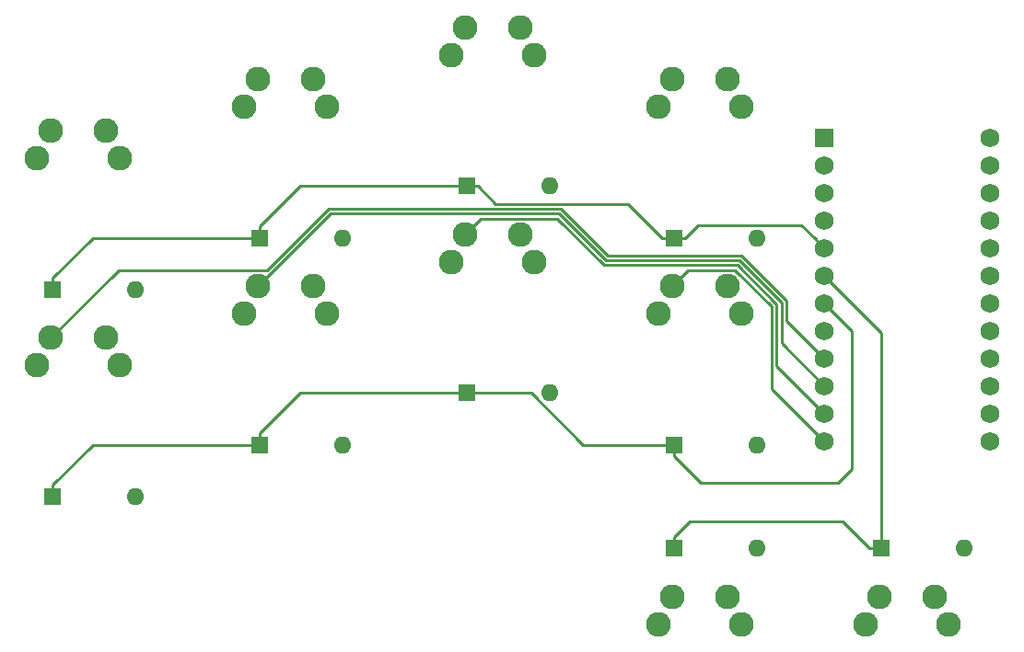
<source format=gtl>
G04 #@! TF.GenerationSoftware,KiCad,Pcbnew,(5.1.0-0)*
G04 #@! TF.CreationDate,2019-07-24T22:08:00+02:00*
G04 #@! TF.ProjectId,tutorial,7475746f-7269-4616-9c2e-6b696361645f,rev?*
G04 #@! TF.SameCoordinates,Original*
G04 #@! TF.FileFunction,Copper,L1,Top*
G04 #@! TF.FilePolarity,Positive*
%FSLAX46Y46*%
G04 Gerber Fmt 4.6, Leading zero omitted, Abs format (unit mm)*
G04 Created by KiCad (PCBNEW (5.1.0-0)) date 2019-07-24 22:08:00*
%MOMM*%
%LPD*%
G04 APERTURE LIST*
%ADD10C,2.286000*%
%ADD11O,1.600000X1.600000*%
%ADD12R,1.600000X1.600000*%
%ADD13C,1.752600*%
%ADD14R,1.752600X1.752600*%
%ADD15C,0.250000*%
G04 APERTURE END LIST*
D10*
X148590000Y-68897500D03*
X154940000Y-66357500D03*
X149860000Y-66357500D03*
X156210000Y-68897500D03*
X129540000Y-68897500D03*
X135890000Y-66357500D03*
X130810000Y-66357500D03*
X137160000Y-68897500D03*
X129540000Y-40322500D03*
X135890000Y-37782500D03*
X130810000Y-37782500D03*
X137160000Y-40322500D03*
X110490000Y-35560000D03*
X116840000Y-33020000D03*
X111760000Y-33020000D03*
X118110000Y-35560000D03*
X91440000Y-40322500D03*
X97790000Y-37782500D03*
X92710000Y-37782500D03*
X99060000Y-40322500D03*
X72390000Y-45085000D03*
X78740000Y-42545000D03*
X73660000Y-42545000D03*
X80010000Y-45085000D03*
X129540000Y-21272500D03*
X135890000Y-18732500D03*
X130810000Y-18732500D03*
X137160000Y-21272500D03*
X110490000Y-16510000D03*
X116840000Y-13970000D03*
X111760000Y-13970000D03*
X118110000Y-16510000D03*
X91440000Y-21272500D03*
X97790000Y-18732500D03*
X92710000Y-18732500D03*
X99060000Y-21272500D03*
X72390000Y-26035000D03*
X78740000Y-23495000D03*
X73660000Y-23495000D03*
X80010000Y-26035000D03*
D11*
X157638750Y-61912500D03*
D12*
X150018750Y-61912500D03*
D11*
X138588750Y-61912500D03*
D12*
X130968750Y-61912500D03*
D11*
X138588750Y-52387500D03*
D12*
X130968750Y-52387500D03*
D11*
X119538750Y-47625000D03*
D12*
X111918750Y-47625000D03*
D11*
X100488750Y-52387500D03*
D12*
X92868750Y-52387500D03*
D11*
X81438750Y-57150000D03*
D12*
X73818750Y-57150000D03*
D11*
X138588750Y-33337500D03*
D12*
X130968750Y-33337500D03*
D11*
X119538750Y-28575000D03*
D12*
X111918750Y-28575000D03*
D11*
X100488750Y-33337500D03*
D12*
X92868750Y-33337500D03*
D11*
X81438750Y-38100000D03*
D12*
X73818750Y-38100000D03*
D13*
X160020000Y-24130000D03*
X144780000Y-52070000D03*
X160020000Y-26670000D03*
X160020000Y-29210000D03*
X160020000Y-31750000D03*
X160020000Y-34290000D03*
X160020000Y-36830000D03*
X160020000Y-39370000D03*
X160020000Y-41910000D03*
X160020000Y-44450000D03*
X160020000Y-46990000D03*
X160020000Y-49530000D03*
X160020000Y-52070000D03*
X144780000Y-49530000D03*
X144780000Y-46990000D03*
X144780000Y-44450000D03*
X144780000Y-41910000D03*
X144780000Y-39370000D03*
X144780000Y-36830000D03*
X144780000Y-34290000D03*
X144780000Y-31750000D03*
X144780000Y-29210000D03*
X144780000Y-26670000D03*
D14*
X144780000Y-24130000D03*
D15*
X124526827Y-35864489D02*
X136781042Y-35864490D01*
X120214337Y-31551999D02*
X124526827Y-35864489D01*
X136781042Y-35864490D02*
X140404010Y-39487458D01*
X113228001Y-31551999D02*
X120214337Y-31551999D01*
X111760000Y-33020000D02*
X113228001Y-31551999D01*
X140404010Y-45154010D02*
X144780000Y-49530000D01*
X140404010Y-39487458D02*
X140404010Y-45154010D01*
X136594641Y-36314499D02*
X139954000Y-39673858D01*
X132278001Y-36314499D02*
X136594641Y-36314499D01*
X130810000Y-37782500D02*
X132278001Y-36314499D01*
X139954000Y-47244000D02*
X144780000Y-52070000D01*
X139954000Y-39673858D02*
X139954000Y-47244000D01*
X93541591Y-36314499D02*
X99204112Y-30651980D01*
X79890501Y-36314499D02*
X93541591Y-36314499D01*
X73660000Y-42545000D02*
X79890501Y-36314499D01*
X99204112Y-30651980D02*
X120587139Y-30651981D01*
X120587139Y-30651981D02*
X124899629Y-34964471D01*
X137153844Y-34964472D02*
X141304030Y-39114658D01*
X124899629Y-34964471D02*
X137153844Y-34964472D01*
X141304030Y-40974030D02*
X144780000Y-44450000D01*
X141304030Y-39114658D02*
X141304030Y-40974030D01*
X99390511Y-31101989D02*
X120400738Y-31101990D01*
X92710000Y-37782500D02*
X99390511Y-31101989D01*
X120400738Y-31101990D02*
X124713228Y-35414480D01*
X136967443Y-35414481D02*
X140854020Y-39301058D01*
X124713228Y-35414480D02*
X136967443Y-35414481D01*
X140854020Y-43064020D02*
X144780000Y-46990000D01*
X140854020Y-39301058D02*
X140854020Y-43064020D01*
X91818750Y-33337500D02*
X92868750Y-33337500D01*
X77531250Y-33337500D02*
X91818750Y-33337500D01*
X73818750Y-37050000D02*
X77531250Y-33337500D01*
X73818750Y-38100000D02*
X73818750Y-37050000D01*
X110868750Y-28575000D02*
X111918750Y-28575000D01*
X96581250Y-28575000D02*
X110868750Y-28575000D01*
X92868750Y-32287500D02*
X96581250Y-28575000D01*
X92868750Y-33337500D02*
X92868750Y-32287500D01*
X129918750Y-33337500D02*
X130968750Y-33337500D01*
X126783221Y-30201971D02*
X129918750Y-33337500D01*
X114595721Y-30201971D02*
X126783221Y-30201971D01*
X112968750Y-28575000D02*
X114595721Y-30201971D01*
X111918750Y-28575000D02*
X112968750Y-28575000D01*
X143903701Y-33413701D02*
X144780000Y-34290000D01*
X133143751Y-32212499D02*
X142702499Y-32212499D01*
X132018750Y-33337500D02*
X133143751Y-32212499D01*
X142702499Y-32212499D02*
X143903701Y-33413701D01*
X130968750Y-33337500D02*
X132018750Y-33337500D01*
X77531250Y-52387500D02*
X91818750Y-52387500D01*
X91818750Y-52387500D02*
X92868750Y-52387500D01*
X73818750Y-56100000D02*
X77531250Y-52387500D01*
X73818750Y-57150000D02*
X73818750Y-56100000D01*
X92868750Y-51337500D02*
X96581250Y-47625000D01*
X110868750Y-47625000D02*
X111918750Y-47625000D01*
X96581250Y-47625000D02*
X110868750Y-47625000D01*
X92868750Y-52387500D02*
X92868750Y-51337500D01*
X122636248Y-52387500D02*
X129918750Y-52387500D01*
X129918750Y-52387500D02*
X130968750Y-52387500D01*
X117873748Y-47625000D02*
X122636248Y-52387500D01*
X111918750Y-47625000D02*
X117873748Y-47625000D01*
X130968750Y-53437500D02*
X133411250Y-55880000D01*
X130968750Y-52387500D02*
X130968750Y-53437500D01*
X133411250Y-55880000D02*
X146050000Y-55880000D01*
X146050000Y-55880000D02*
X147320000Y-54610000D01*
X147320000Y-41910000D02*
X144780000Y-39370000D01*
X147320000Y-54610000D02*
X147320000Y-41910000D01*
X130968750Y-60862500D02*
X132395250Y-59436000D01*
X130968750Y-61912500D02*
X130968750Y-60862500D01*
X148968750Y-61912500D02*
X150018750Y-61912500D01*
X146492250Y-59436000D02*
X148968750Y-61912500D01*
X132395250Y-59436000D02*
X146492250Y-59436000D01*
X150018750Y-42068750D02*
X144780000Y-36830000D01*
X150018750Y-61912500D02*
X150018750Y-42068750D01*
M02*

</source>
